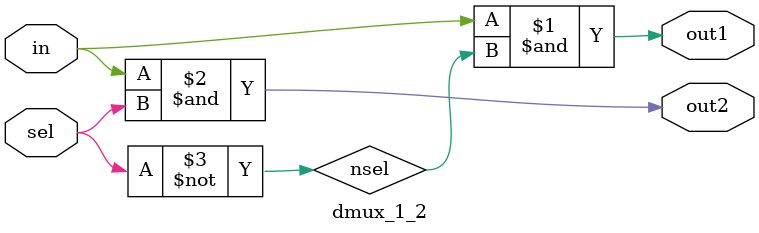
<source format=v>
`timescale 1ns / 1ps


module crossbar(
    input [3:0] in1,
    input [3:0] in2,
    input control,
    output [3:0] out1,
    output [3:0] out2
);

    wire ncontrol;
    not (ncontrol, control);
    
    wire [3:0] x, y, z, w;
    
    dmux_1_2    dmux_in1    [3:0]   (
                                        .in(in1),
                                        .sel(ncontrol),
                                        .out1(x), .out2(y)
                                    ),
                dmux_in2    [3:0]   (
                                        .in(in2),
                                        .sel(control),
                                        .out1(z), .out2(w)
                                    );
    mux_2_1     mux_out1     [3:0]  (
                                        .in1(x), .in2(z),
                                        .sel(ncontrol),
                                        .out(out1)
                                    ),
                mux_out2     [3:0]  (
                                        .in1(y), .in2(w),
                                        .sel(control),
                                        .out(out2)    
                                    );
endmodule

module mux_2_1(
    input in1, input in2,
    input sel,
    output out
);
    wire [1:0] temp;
    wire nsel;
    
    not (nsel, sel);
    and (temp[0], in1, nsel);
    and (temp[1], in2, sel);
    
    or (out, temp[0], temp[1]);
endmodule

module dmux_1_2(
    input in, 
    input sel,
    output out1, output out2
);
    wire nsel;
    not (nsel, sel);
    
    and (out1, in, nsel);
    and (out2, in, sel);
endmodule


</source>
